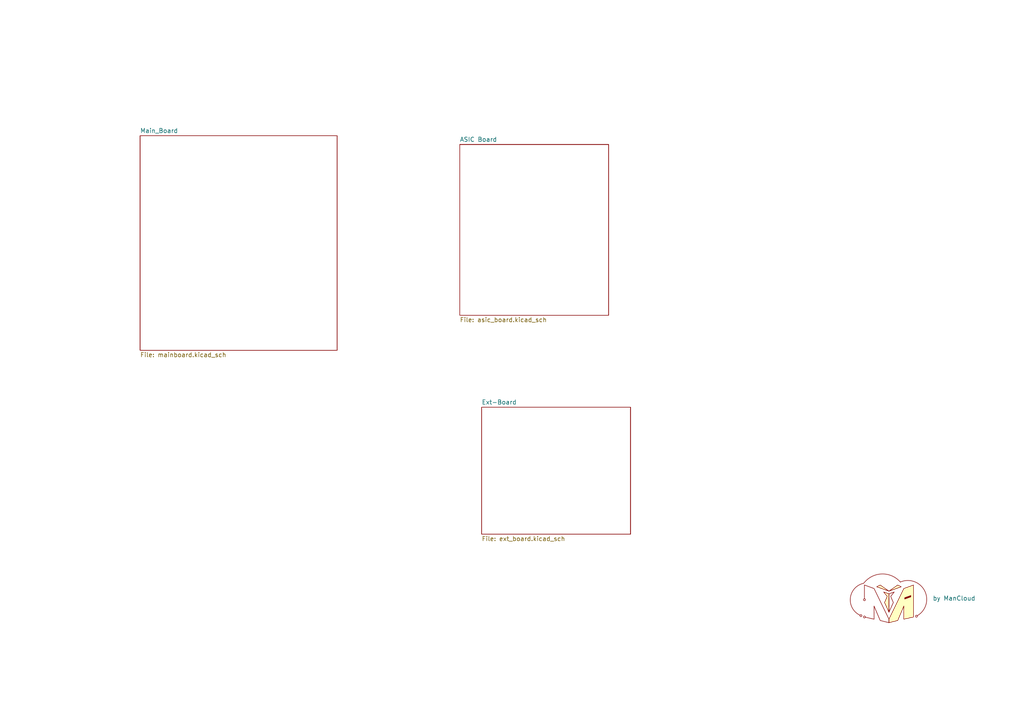
<source format=kicad_sch>
(kicad_sch (version 20250114) (generator "eeschema") (generator_version "9.0")
  (paper "A4")
  (title_block (title "MegaDuck - Super Junior Computer - Reversed") (date "2025-12-12") (rev "v20251212") (company "ManCloud"))
  (lib_symbols
    (symbol "Eigenes:by ManCloud"
      (property "Value" "by ManCloud" (at -9.0424 -7.9756 0))
      (symbol "by ManCloud_0_1"
        (circle (center -8.128 -5.588) (radius 0.284) (stroke (width 0.1524)))
        (circle (center -7.112 -0.9652) (radius 0.284) (stroke (width 0.1524)))
        (circle (center -7.112 -5.969) (radius 0.284) (stroke (width 0.1524)))
        (polyline (pts (xy -6.8072 -6.0452) (xy -4.318 -6.604) (xy -4.318 -2.794) (xy -2.54 -6.985) (xy 0 -7.62) (xy 0 -6.604) (xy -4.318 2.286) (xy -7.112 3.302) (xy -7.112 -0.635)) (stroke (width 0.1524)))
        (arc (start -8.4328 -5.4356) (mid -11.1878 -0.4122) (end -7.3152 3.81) (stroke (width 0.1524)))
        (polyline (pts (xy -2.54 3.302) (xy 0 1.524) (xy -3.556 2.794) (xy -2.54 3.302)) (stroke (width 0.1524)) (fill (type background)))
        (arc (start -7.3152 3.81) (mid -2.0911 6.5108) (end 3.302 4.1656) (stroke (width 0.1524)))
        (polyline (pts (xy 0 -4.572) (xy -1.27 -1.778) (xy -0.508 0) (xy -1.524 1.27) (xy 0 0.762) (xy 0 -4.572)) (stroke (width 0.1524)) (fill (type background)))
        (polyline (pts (xy 0 -4.572) (xy 1.27 -1.778) (xy 0.508 0) (xy 1.524 1.27) (xy 0 0.762) (xy 0 -4.572)) (stroke (width 0.1524)))
        (polyline (pts (xy 2.54 3.302) (xy 0 1.524) (xy 3.556 2.794) (xy 2.54 3.302)) (stroke (width 0.1524)) (fill (type background)))
        (polyline (pts (xy 4.318 2.286) (xy 7.112 3.302) (xy 7.112 -5.969) (xy 4.318 -6.604) (xy 4.318 -2.794) (xy 2.54 -6.985) (xy 0 -7.62) (xy 0 -6.604) (xy 4.318 2.286)) (stroke (width 0.1524)) (fill (type background)))
        (arc (start 3.302 4.1656) (mid 10.3596 1.6096) (end 8.2296 -5.588) (stroke (width 0.1524)))
        (polyline (pts (xy 6.35 0.254) (xy 4.572 -0.381) (xy 4.572 -0.762) (xy 6.35 -0.127) (xy 6.35 0.254)) (stroke (width 0.1524)) (fill (type outline)))
        (circle (center 7.9756 -5.7404) (radius 0.284) (stroke (width 0.1524)))
      )
    )
  )
  (symbol (lib_id "Eigenes:by ManCloud") (at 257.8324 172.9827 0) (unit 1)
    (property "Reference" "U1" (effects (hide yes)))
    (property "Value" "by ManCloud" (at 270.51 173.5353 0) (effects (justify left)))
  )
  (sheet (at 139.7 118.11) (size 43.18 36.83) (stroke (width 0.1524))
    (property "Sheetname" "Ext-Board" (at 139.7 117.3984 0) (effects (justify left bottom)))
    (property "Sheetfile" "ext_board.kicad_sch" (at 139.7 155.5246 0) (effects (justify left top)))
  )
  (sheet (at 133.35 41.91) (size 43.18 49.53) (stroke (width 0.1524))
    (property "Sheetname" "ASIC Board" (at 133.35 41.1984 0) (effects (justify left bottom)))
    (property "Sheetfile" "asic_board.kicad_sch" (at 133.35 92.0246 0) (effects (justify left top)))
  )
  (sheet (at 40.64 39.37) (size 57.15 62.23) (stroke (width 0.1524))
    (property "Sheetname" "Main_Board" (at 40.64 38.6584 0) (effects (justify left bottom)))
    (property "Sheetfile" "mainboard.kicad_sch" (at 40.64 102.1846 0) (effects (justify left top)))
  )
)
</source>
